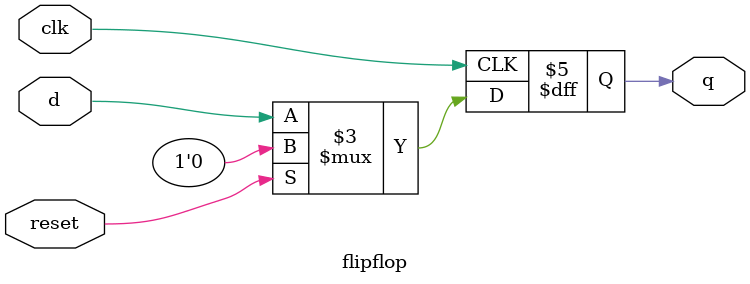
<source format=sv>
module flipflop (clk, reset, d, q);
  input			clk, reset, d;
  output logic	q;
  
  always_ff @(posedge clk) begin
    if (reset)
      q <= 0;
    else
      q <= d;
  end
  
endmodule
</source>
